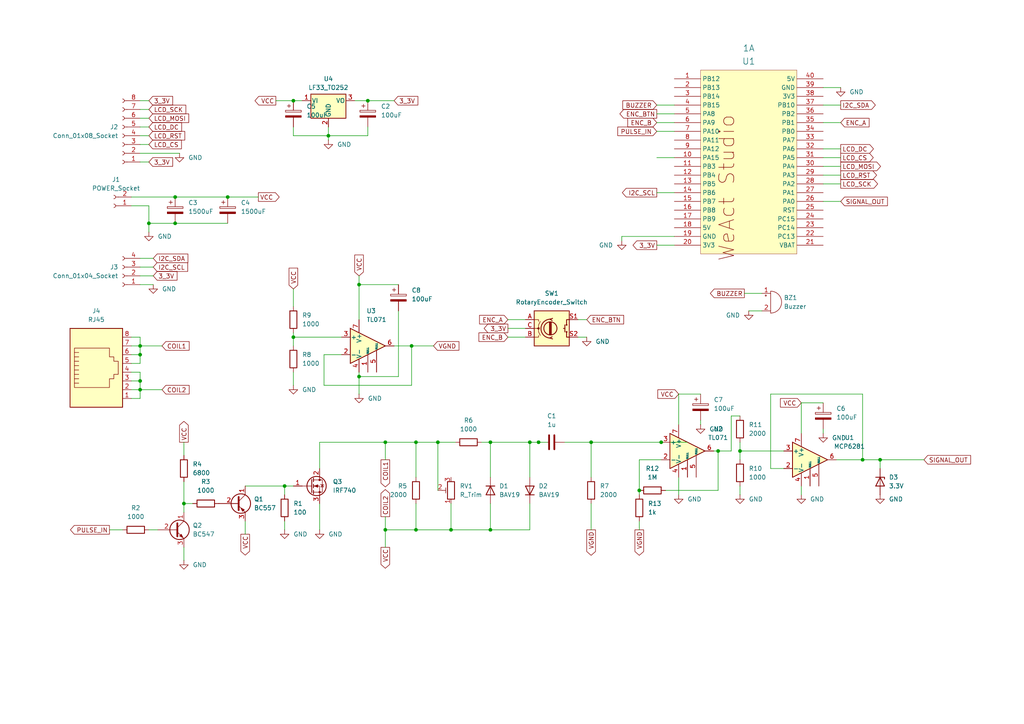
<source format=kicad_sch>
(kicad_sch (version 20250114) (generator "eeschema") (generator_version "9.0")
  (paper "A4")
  (title_block (title "GitKop") (rev "001") (company "Gitcorp"))
  (lib_symbols
    (symbol "Amplifier_Operational:LF356" (pin_names (offset 0.127))
      (property "Reference" "U" (at 0 6.35 0))
      (property "Value" "LF356" (at 0 3.81 0))
      (symbol "LF356_1_1"
        (pin input line (at -7.62 2.54 0) (length 2.54) (name "+") (number "3"))
        (pin input line (at -7.62 -2.54 0) (length 2.54) (name "-") (number "2"))
        (pin power_in line (at -2.54 7.62 270) (length 3.81) (name "V+") (number "7"))
        (pin power_in line (at -2.54 -7.62 90) (length 3.81) (name "V-") (number "4"))
        (pin no_connect line (at 0 2.54 270) (length 2.54) (hide yes) (name "NC") (number "8"))
        (pin input line (at 0 -7.62 90) (length 5.08) (name "NULL") (number "1"))
        (pin input line (at 2.54 -7.62 90) (length 6.35) (name "NULL") (number "5"))
        (pin output line (at 7.62 0 180) (length 2.54) (name "~") (number "6"))
      )
    )
    (symbol "Amplifier_Operational:TL071" (pin_names (offset 0.127))
      (property "Reference" "U" (at 0 6.35 0))
      (property "Value" "TL071" (at 0 3.81 0))
      (symbol "TL071_1_1"
        (pin input line (at -7.62 2.54 0) (length 2.54) (name "+") (number "3"))
        (pin input line (at -7.62 -2.54 0) (length 2.54) (name "-") (number "2"))
        (pin power_in line (at -2.54 7.62 270) (length 3.81) (name "V+") (number "7"))
        (pin power_in line (at -2.54 -7.62 90) (length 3.81) (name "V-") (number "4"))
        (pin no_connect line (at 0 2.54 270) (length 2.54) (hide yes) (name "NC") (number "8"))
        (pin input line (at 0 -7.62 90) (length 5.08) (name "NULL") (number "1"))
        (pin input line (at 2.54 -7.62 90) (length 6.35) (name "NULL") (number "5"))
        (pin output line (at 7.62 0 180) (length 2.54) (name "~") (number "6"))
      )
    )
    (symbol "Connector:Conn_01x02_Socket" (pin_names (offset 1.016) (hide yes))
      (property "Reference" "J" (at 0 2.54 0))
      (property "Value" "Conn_01x02_Socket" (at 0 -5.08 0))
      (symbol "Conn_01x02_Socket_1_1"
        (pin passive line (at -5.08 0 0) (length 3.81) (name "Pin_1") (number "1"))
        (pin passive line (at -5.08 -2.54 0) (length 3.81) (name "Pin_2") (number "2"))
      )
    )
    (symbol "Connector:Conn_01x04_Socket" (pin_names (offset 1.016) (hide yes))
      (property "Reference" "J" (at 0 5.08 0))
      (property "Value" "Conn_01x04_Socket" (at 0 -7.62 0))
      (symbol "Conn_01x04_Socket_1_1"
        (pin passive line (at -5.08 2.54 0) (length 3.81) (name "Pin_1") (number "1"))
        (pin passive line (at -5.08 0 0) (length 3.81) (name "Pin_2") (number "2"))
        (pin passive line (at -5.08 -2.54 0) (length 3.81) (name "Pin_3") (number "3"))
        (pin passive line (at -5.08 -5.08 0) (length 3.81) (name "Pin_4") (number "4"))
      )
    )
    (symbol "Connector:Conn_01x08_Socket" (pin_names (offset 1.016) (hide yes))
      (property "Reference" "J" (at 0 10.16 0))
      (property "Value" "Conn_01x08_Socket" (at 0 -12.7 0))
      (symbol "Conn_01x08_Socket_1_1"
        (pin passive line (at -5.08 7.62 0) (length 3.81) (name "Pin_1") (number "1"))
        (pin passive line (at -5.08 5.08 0) (length 3.81) (name "Pin_2") (number "2"))
        (pin passive line (at -5.08 2.54 0) (length 3.81) (name "Pin_3") (number "3"))
        (pin passive line (at -5.08 0 0) (length 3.81) (name "Pin_4") (number "4"))
        (pin passive line (at -5.08 -2.54 0) (length 3.81) (name "Pin_5") (number "5"))
        (pin passive line (at -5.08 -5.08 0) (length 3.81) (name "Pin_6") (number "6"))
        (pin passive line (at -5.08 -7.62 0) (length 3.81) (name "Pin_7") (number "7"))
        (pin passive line (at -5.08 -10.16 0) (length 3.81) (name "Pin_8") (number "8"))
      )
    )
    (symbol "Connector:RJ45" (pin_names (offset 1.016))
      (property "Reference" "J" (at -5.08 13.97 0))
      (property "Value" "RJ45" (at 2.54 13.97 0))
      (symbol "RJ45_1_1"
        (pin passive line (at 10.16 10.16 180) (length 2.54) (name "~") (number "8"))
        (pin passive line (at 10.16 7.62 180) (length 2.54) (name "~") (number "7"))
        (pin passive line (at 10.16 5.08 180) (length 2.54) (name "~") (number "6"))
        (pin passive line (at 10.16 2.54 180) (length 2.54) (name "~") (number "5"))
        (pin passive line (at 10.16 0 180) (length 2.54) (name "~") (number "4"))
        (pin passive line (at 10.16 -2.54 180) (length 2.54) (name "~") (number "3"))
        (pin passive line (at 10.16 -5.08 180) (length 2.54) (name "~") (number "2"))
        (pin passive line (at 10.16 -7.62 180) (length 2.54) (name "~") (number "1"))
      )
    )
    (symbol "Device:Buzzer" (pin_names (offset 0.0254) (hide yes))
      (property "Reference" "BZ" (at 3.81 1.27 0))
      (property "Value" "Buzzer" (at 3.81 -1.27 0))
      (symbol "Buzzer_1_1"
        (pin passive line (at -2.54 2.54 0) (length 2.54) (name "+") (number "1"))
        (pin passive line (at -2.54 -2.54 0) (length 2.54) (name "-") (number "2"))
      )
    )
    (symbol "Device:C" (pin_numbers (hide yes)) (pin_names (offset 0.254))
      (property "Reference" "C" (at 0.635 2.54 0))
      (property "Value" "C" (at 0.635 -2.54 0))
      (symbol "C_1_1"
        (pin passive line (at 0 3.81 270) (length 2.794) (name "~") (number "1"))
        (pin passive line (at 0 -3.81 90) (length 2.794) (name "~") (number "2"))
      )
    )
    (symbol "Device:C_Polarized" (pin_numbers (hide yes)) (pin_names (offset 0.254))
      (property "Reference" "C" (at 0.635 2.54 0))
      (property "Value" "C_Polarized" (at 0.635 -2.54 0))
      (symbol "C_Polarized_1_1"
        (pin passive line (at 0 3.81 270) (length 2.794) (name "~") (number "1"))
        (pin passive line (at 0 -3.81 90) (length 2.794) (name "~") (number "2"))
      )
    )
    (symbol "Device:D_Zener" (pin_numbers (hide yes)) (pin_names (offset 1.016) (hide yes))
      (property "Reference" "D" (at 0 2.54 0))
      (property "Value" "D_Zener" (at 0 -2.54 0))
      (symbol "D_Zener_1_1"
        (pin passive line (at -3.81 0 0) (length 2.54) (name "K") (number "1"))
        (pin passive line (at 3.81 0 180) (length 2.54) (name "A") (number "2"))
      )
    )
    (symbol "Device:R" (pin_numbers (hide yes)) (pin_names (offset 0))
      (property "Reference" "R" (at 2.032 0 90))
      (property "Value" "R" (at 0 0 90))
      (symbol "R_1_1"
        (pin passive line (at 0 3.81 270) (length 1.27) (name "~") (number "1"))
        (pin passive line (at 0 -3.81 90) (length 1.27) (name "~") (number "2"))
      )
    )
    (symbol "Device:R_Potentiometer_Trim" (pin_names (offset 1.016) (hide yes))
      (property "Reference" "RV" (at -4.445 0 90))
      (property "Value" "R_Potentiometer_Trim" (at -2.54 0 90))
      (symbol "R_Potentiometer_Trim_1_1"
        (pin passive line (at 0 3.81 270) (length 1.27) (name "1") (number "1"))
        (pin passive line (at 0 -3.81 90) (length 1.27) (name "3") (number "3"))
        (pin passive line (at 3.81 0 180) (length 1.27) (name "2") (number "2"))
      )
    )
    (symbol "Device:RotaryEncoder_Switch" (pin_names (offset 0.254) (hide yes))
      (property "Reference" "SW" (at 0 6.604 0))
      (property "Value" "RotaryEncoder_Switch" (at 0 -6.604 0))
      (symbol "RotaryEncoder_Switch_1_1"
        (pin passive line (at -7.62 2.54 0) (length 2.54) (name "A") (number "A"))
        (pin passive line (at -7.62 0 0) (length 2.54) (name "C") (number "C"))
        (pin passive line (at -7.62 -2.54 0) (length 2.54) (name "B") (number "B"))
        (pin passive line (at 7.62 2.54 180) (length 2.54) (name "S1") (number "S1"))
        (pin passive line (at 7.62 -2.54 180) (length 2.54) (name "S2") (number "S2"))
      )
    )
    (symbol "Diode:BAV19" (pin_numbers (hide yes)) (pin_names (hide yes))
      (property "Reference" "D" (at 0 2.54 0))
      (property "Value" "BAV19" (at 0 -2.54 0))
      (symbol "BAV19_1_1"
        (pin passive line (at -3.81 0 0) (length 2.54) (name "K") (number "1"))
        (pin passive line (at 3.81 0 180) (length 2.54) (name "A") (number "2"))
      )
    )
    (symbol "Regulator_Linear:LF33_TO252" (pin_names (offset 0.254))
      (property "Reference" "U" (at -3.81 3.175 0))
      (property "Value" "LF33_TO252" (at 0 3.175 0))
      (symbol "LF33_TO252_1_1"
        (pin power_in line (at -7.62 0 0) (length 2.54) (name "VI") (number "1"))
        (pin power_in line (at 0 -7.62 90) (length 2.54) (name "GND") (number "2"))
        (pin power_out line (at 7.62 0 180) (length 2.54) (name "VO") (number "3"))
      )
    )
    (symbol "STM32F4x1CxU6 CoreBoard WeActStudio:STM32F4x1CxU6 WeActStudio"
      (property "Value" "U?" (at -1.27 -3.81 0))
      (symbol "STM32F4x1CxU6 WeActStudio_1_0"
        (text "WeAct Studio" (at 0 12.7 900) (effects (font (size 4.3688 4.3688)) (justify right bottom)))
        (pin passive line (at -17.78 22.86 0) (length 7.62) (name "PB12") (number "1"))
        (pin passive line (at -17.78 20.32 0) (length 7.62) (name "PB13") (number "2"))
        (pin passive line (at -17.78 17.78 0) (length 7.62) (name "PB14") (number "3"))
        (pin passive line (at -17.78 15.24 0) (length 7.62) (name "PB15") (number "4"))
        (pin passive line (at -17.78 12.7 0) (length 7.62) (name "PA8") (number "5"))
        (pin passive line (at -17.78 10.16 0) (length 7.62) (name "PA9") (number "6"))
        (pin passive line (at -17.78 7.62 0) (length 7.62) (name "PA10") (number "7"))
        (pin passive line (at -17.78 5.08 0) (length 7.62) (name "PA11") (number "8"))
        (pin passive line (at -17.78 2.54 0) (length 7.62) (name "PA12") (number "9"))
        (pin passive line (at -17.78 0 0) (length 7.62) (name "PA15") (number "10"))
        (pin passive line (at -17.78 -2.54 0) (length 7.62) (name "PB3") (number "11"))
        (pin passive line (at -17.78 -5.08 0) (length 7.62) (name "PB4") (number "12"))
        (pin passive line (at -17.78 -7.62 0) (length 7.62) (name "PB5") (number "13"))
        (pin passive line (at -17.78 -10.16 0) (length 7.62) (name "PB6") (number "14"))
        (pin passive line (at -17.78 -12.7 0) (length 7.62) (name "PB7") (number "15"))
        (pin passive line (at -17.78 -15.24 0) (length 7.62) (name "PB8") (number "16"))
        (pin passive line (at -17.78 -17.78 0) (length 7.62) (name "PB9") (number "17"))
        (pin passive line (at -17.78 -20.32 0) (length 7.62) (name "5V") (number "18"))
        (pin passive line (at -17.78 -22.86 0) (length 7.62) (name "GND") (number "19"))
        (pin passive line (at -17.78 -25.4 0) (length 7.62) (name "3V3") (number "20"))
        (pin passive line (at 25.4 22.86 180) (length 7.62) (name "5V") (number "40"))
        (pin passive line (at 25.4 20.32 180) (length 7.62) (name "GND") (number "39"))
        (pin passive line (at 25.4 17.78 180) (length 7.62) (name "3V3") (number "38"))
        (pin passive line (at 25.4 15.24 180) (length 7.62) (name "PB10") (number "37"))
        (pin passive line (at 25.4 12.7 180) (length 7.62) (name "PB2") (number "36"))
        (pin passive line (at 25.4 10.16 180) (length 7.62) (name "PB1") (number "35"))
        (pin passive line (at 25.4 7.62 180) (length 7.62) (name "PB0") (number "34"))
        (pin passive line (at 25.4 5.08 180) (length 7.62) (name "PA7") (number "33"))
        (pin passive line (at 25.4 2.54 180) (length 7.62) (name "PA6") (number "32"))
        (pin passive line (at 25.4 0 180) (length 7.62) (name "PA5") (number "31"))
        (pin passive line (at 25.4 -2.54 180) (length 7.62) (name "PA4") (number "30"))
        (pin passive line (at 25.4 -5.08 180) (length 7.62) (name "PA3") (number "29"))
        (pin passive line (at 25.4 -7.62 180) (length 7.62) (name "PA2") (number "28"))
        (pin passive line (at 25.4 -10.16 180) (length 7.62) (name "PA1") (number "27"))
        (pin passive line (at 25.4 -12.7 180) (length 7.62) (name "PA0") (number "26"))
        (pin passive line (at 25.4 -15.24 180) (length 7.62) (name "RST") (number "25"))
        (pin passive line (at 25.4 -17.78 180) (length 7.62) (name "PC15") (number "24"))
        (pin passive line (at 25.4 -20.32 180) (length 7.62) (name "PC14") (number "23"))
        (pin passive line (at 25.4 -22.86 180) (length 7.62) (name "PC13") (number "22"))
        (pin passive line (at 25.4 -25.4 180) (length 7.62) (name "VBAT") (number "21"))
      )
      (symbol "STM32F4x1CxU6 WeActStudio_2_0"
        (text "SW" (at 5.08 -5.08 0) (effects (font (size 1.8288 1.8288)) (justify left bottom)))
        (pin passive line (at -12.7 2.54 0) (length 7.62) (name "GND") (number "44"))
        (pin passive line (at -12.7 0 0) (length 7.62) (name "SWCLK") (number "43"))
        (pin passive line (at -12.7 -2.54 0) (length 7.62) (name "SWDIO") (number "42"))
        (pin passive line (at -12.7 -5.08 0) (length 7.62) (name "3V3") (number "41"))
      )
    )
    (symbol "Transistor_BJT:BC547" (pin_names (offset 0) (hide yes))
      (property "Reference" "Q" (at 5.08 1.905 0))
      (property "Value" "BC547" (at 5.08 0 0))
      (symbol "BC547_1_1"
        (pin input line (at -5.08 0 0) (length 5.08) (name "B") (number "2"))
        (pin passive line (at 2.54 5.08 270) (length 2.54) (name "C") (number "1"))
        (pin passive line (at 2.54 -5.08 90) (length 2.54) (name "E") (number "3"))
      )
    )
    (symbol "Transistor_BJT:BC557" (pin_names (offset 0) (hide yes))
      (property "Reference" "Q" (at 5.08 1.905 0))
      (property "Value" "BC557" (at 5.08 0 0))
      (symbol "BC557_1_1"
        (pin input line (at -5.08 0 0) (length 5.715) (name "B") (number "2"))
        (pin passive line (at 2.54 5.08 270) (length 2.54) (name "C") (number "1"))
        (pin passive line (at 2.54 -5.08 90) (length 2.54) (name "E") (number "3"))
      )
    )
    (symbol "Transistor_FET:IRF740" (pin_names (hide yes))
      (property "Reference" "Q" (at 5.08 1.905 0))
      (property "Value" "IRF740" (at 5.08 0 0))
      (symbol "IRF740_1_1"
        (pin input line (at -5.08 0 0) (length 2.54) (name "G") (number "1"))
        (pin passive line (at 2.54 5.08 270) (length 2.54) (name "D") (number "2"))
        (pin passive line (at 2.54 -5.08 90) (length 2.54) (name "S") (number "3"))
      )
    )
    (symbol "power:GND" (power) (pin_numbers (hide yes)) (pin_names (offset 0) (hide yes))
      (property "Value" "GND" (at 0 -3.81 0))
      (symbol "GND_1_1"
        (pin power_in line (at 0 0 270) (length 0) (name "~") (number "1"))
      )
    )
  )
  (junction (at 95.25 39.37))
  (junction (at 85.09 97.79))
  (junction (at 119.38 100.33))
  (junction (at 171.45 128.27))
  (junction (at 156.21 128.27))
  (junction (at 85.09 29.21))
  (junction (at 185.42 142.24))
  (junction (at 214.63 130.81))
  (junction (at 82.55 140.97))
  (junction (at 106.68 29.21))
  (junction (at 120.65 128.27))
  (junction (at 255.27 133.35))
  (junction (at 142.24 153.67))
  (junction (at 43.18 64.77))
  (junction (at 250.19 133.35))
  (junction (at 191.77 128.27))
  (junction (at 104.14 82.55))
  (junction (at 153.67 128.27))
  (junction (at 104.14 109.22))
  (junction (at 111.76 153.67))
  (junction (at 130.81 153.67))
  (junction (at 142.24 128.27))
  (junction (at 127 128.27))
  (junction (at 40.64 113.03))
  (junction (at 50.8 64.77))
  (junction (at 66.04 57.15))
  (junction (at 111.76 128.27))
  (junction (at 50.8 57.15))
  (junction (at 120.65 153.67))
  (junction (at 40.64 100.33))
  (junction (at 208.28 130.81))
  (junction (at 53.34 146.05))
  (junction (at 40.64 102.87))
  (junction (at 40.64 110.49))
  (wire (pts (xy 50.8 57.15) (xy 66.04 57.15)))
  (wire (pts (xy 40.64 107.95) (xy 40.64 110.49)))
  (wire (pts (xy 139.7 128.27) (xy 142.24 128.27)))
  (wire (pts (xy 208.28 130.81) (xy 208.28 142.24)))
  (wire (pts (xy 120.65 146.05) (xy 120.65 153.67)))
  (wire (pts (xy 238.76 35.56) (xy 243.84 35.56)))
  (wire (pts (xy 104.14 80.01) (xy 104.14 82.55)))
  (wire (pts (xy 66.04 57.15) (xy 74.93 57.15)))
  (wire (pts (xy 40.64 46.99) (xy 43.18 46.99)))
  (wire (pts (xy 111.76 128.27) (xy 120.65 128.27)))
  (wire (pts (xy 153.67 146.05) (xy 153.67 153.67)))
  (wire (pts (xy 53.34 146.05) (xy 55.88 146.05)))
  (wire (pts (xy 119.38 100.33) (xy 125.73 100.33)))
  (wire (pts (xy 120.65 128.27) (xy 127 128.27)))
  (wire (pts (xy 190.5 71.12) (xy 195.58 71.12)))
  (wire (pts (xy 82.55 140.97) (xy 85.09 140.97)))
  (wire (pts (xy 227.33 135.89) (xy 223.52 135.89)))
  (wire (pts (xy 185.42 151.13) (xy 185.42 153.67)))
  (wire (pts (xy 40.64 110.49) (xy 40.64 113.03)))
  (wire (pts (xy 167.64 92.71) (xy 170.18 92.71)))
  (wire (pts (xy 38.1 105.41) (xy 40.64 105.41)))
  (wire (pts (xy 102.87 29.21) (xy 106.68 29.21)))
  (wire (pts (xy 255.27 133.35) (xy 267.97 133.35)))
  (wire (pts (xy 38.1 107.95) (xy 40.64 107.95)))
  (wire (pts (xy 255.27 135.89) (xy 255.27 133.35)))
  (wire (pts (xy 196.85 114.3) (xy 196.85 123.19)))
  (wire (pts (xy 214.63 140.97) (xy 214.63 143.51)))
  (wire (pts (xy 40.64 74.93) (xy 44.45 74.93)))
  (wire (pts (xy 214.63 130.81) (xy 227.33 130.81)))
  (wire (pts (xy 50.8 64.77) (xy 66.04 64.77)))
  (wire (pts (xy 38.1 100.33) (xy 40.64 100.33)))
  (wire (pts (xy 104.14 82.55) (xy 104.14 92.71)))
  (wire (pts (xy 71.12 140.97) (xy 82.55 140.97)))
  (wire (pts (xy 190.5 38.1) (xy 195.58 38.1)))
  (wire (pts (xy 171.45 128.27) (xy 191.77 128.27)))
  (wire (pts (xy 38.1 115.57) (xy 40.64 115.57)))
  (wire (pts (xy 214.63 133.35) (xy 214.63 130.81)))
  (wire (pts (xy 232.41 116.84) (xy 238.76 116.84)))
  (wire (pts (xy 85.09 96.52) (xy 85.09 97.79)))
  (wire (pts (xy 40.64 29.21) (xy 43.18 29.21)))
  (wire (pts (xy 120.65 153.67) (xy 130.81 153.67)))
  (wire (pts (xy 93.98 111.76) (xy 119.38 111.76)))
  (wire (pts (xy 40.64 77.47) (xy 44.45 77.47)))
  (wire (pts (xy 127 128.27) (xy 132.08 128.27)))
  (wire (pts (xy 238.76 48.26) (xy 243.84 48.26)))
  (wire (pts (xy 53.34 128.27) (xy 53.34 132.08)))
  (wire (pts (xy 111.76 149.86) (xy 111.76 153.67)))
  (wire (pts (xy 85.09 100.33) (xy 85.09 97.79)))
  (wire (pts (xy 92.71 146.05) (xy 92.71 153.67)))
  (wire (pts (xy 115.57 109.22) (xy 104.14 109.22)))
  (wire (pts (xy 40.64 100.33) (xy 40.64 102.87)))
  (wire (pts (xy 85.09 39.37) (xy 95.25 39.37)))
  (wire (pts (xy 40.64 44.45) (xy 52.07 44.45)))
  (wire (pts (xy 185.42 133.35) (xy 191.77 133.35)))
  (wire (pts (xy 38.1 110.49) (xy 40.64 110.49)))
  (wire (pts (xy 50.8 64.77) (xy 43.18 64.77)))
  (wire (pts (xy 111.76 128.27) (xy 111.76 133.35)))
  (wire (pts (xy 92.71 128.27) (xy 111.76 128.27)))
  (wire (pts (xy 85.09 83.82) (xy 85.09 88.9)))
  (wire (pts (xy 43.18 64.77) (xy 43.18 67.31)))
  (wire (pts (xy 85.09 29.21) (xy 87.63 29.21)))
  (wire (pts (xy 153.67 138.43) (xy 153.67 128.27)))
  (wire (pts (xy 238.76 58.42) (xy 243.84 58.42)))
  (wire (pts (xy 232.41 140.97) (xy 232.41 143.51)))
  (wire (pts (xy 153.67 128.27) (xy 156.21 128.27)))
  (wire (pts (xy 250.19 114.3) (xy 250.19 133.35)))
  (wire (pts (xy 53.34 139.7) (xy 53.34 146.05)))
  (wire (pts (xy 38.1 97.79) (xy 40.64 97.79)))
  (wire (pts (xy 53.34 148.59) (xy 53.34 146.05)))
  (wire (pts (xy 238.76 50.8) (xy 243.84 50.8)))
  (wire (pts (xy 40.64 82.55) (xy 44.45 82.55)))
  (wire (pts (xy 111.76 153.67) (xy 111.76 158.75)))
  (wire (pts (xy 147.32 92.71) (xy 152.4 92.71)))
  (wire (pts (xy 82.55 140.97) (xy 82.55 143.51)))
  (wire (pts (xy 171.45 128.27) (xy 163.83 128.27)))
  (wire (pts (xy 31.75 153.67) (xy 35.56 153.67)))
  (wire (pts (xy 238.76 25.4) (xy 243.84 25.4)))
  (wire (pts (xy 40.64 113.03) (xy 40.64 115.57)))
  (wire (pts (xy 250.19 133.35) (xy 255.27 133.35)))
  (wire (pts (xy 195.58 68.58) (xy 180.34 68.58)))
  (wire (pts (xy 142.24 128.27) (xy 142.24 138.43)))
  (wire (pts (xy 180.34 68.58) (xy 180.34 69.85)))
  (wire (pts (xy 185.42 142.24) (xy 185.42 133.35)))
  (wire (pts (xy 104.14 107.95) (xy 104.14 109.22)))
  (wire (pts (xy 153.67 128.27) (xy 142.24 128.27)))
  (wire (pts (xy 40.64 97.79) (xy 40.64 100.33)))
  (wire (pts (xy 203.2 123.19) (xy 203.2 121.92)))
  (wire (pts (xy 208.28 130.81) (xy 212.09 130.81)))
  (wire (pts (xy 212.09 120.65) (xy 214.63 120.65)))
  (wire (pts (xy 242.57 133.35) (xy 250.19 133.35)))
  (wire (pts (xy 85.09 36.83) (xy 85.09 39.37)))
  (wire (pts (xy 40.64 113.03) (xy 46.99 113.03)))
  (wire (pts (xy 85.09 97.79) (xy 99.06 97.79)))
  (wire (pts (xy 127 128.27) (xy 127 142.24)))
  (wire (pts (xy 142.24 146.05) (xy 142.24 153.67)))
  (wire (pts (xy 190.5 33.02) (xy 195.58 33.02)))
  (wire (pts (xy 212.09 130.81) (xy 212.09 120.65)))
  (wire (pts (xy 80.01 29.21) (xy 85.09 29.21)))
  (wire (pts (xy 147.32 95.25) (xy 152.4 95.25)))
  (wire (pts (xy 120.65 128.27) (xy 120.65 138.43)))
  (wire (pts (xy 71.12 151.13) (xy 71.12 154.94)))
  (wire (pts (xy 40.64 31.75) (xy 43.18 31.75)))
  (wire (pts (xy 214.63 128.27) (xy 214.63 130.81)))
  (wire (pts (xy 111.76 153.67) (xy 120.65 153.67)))
  (wire (pts (xy 238.76 125.73) (xy 238.76 124.46)))
  (wire (pts (xy 93.98 102.87) (xy 93.98 111.76)))
  (wire (pts (xy 238.76 43.18) (xy 243.84 43.18)))
  (wire (pts (xy 217.17 90.17) (xy 220.98 90.17)))
  (wire (pts (xy 92.71 135.89) (xy 92.71 128.27)))
  (wire (pts (xy 238.76 45.72) (xy 243.84 45.72)))
  (wire (pts (xy 130.81 153.67) (xy 142.24 153.67)))
  (wire (pts (xy 95.25 39.37) (xy 106.68 39.37)))
  (wire (pts (xy 53.34 158.75) (xy 53.34 162.56)))
  (wire (pts (xy 40.64 39.37) (xy 43.18 39.37)))
  (wire (pts (xy 104.14 109.22) (xy 104.14 114.3)))
  (wire (pts (xy 147.32 97.79) (xy 152.4 97.79)))
  (wire (pts (xy 38.1 102.87) (xy 40.64 102.87)))
  (wire (pts (xy 43.18 153.67) (xy 45.72 153.67)))
  (wire (pts (xy 185.42 142.24) (xy 185.42 143.51)))
  (wire (pts (xy 156.21 128.27) (xy 158.75 128.27)))
  (wire (pts (xy 40.64 34.29) (xy 43.18 34.29)))
  (wire (pts (xy 193.04 142.24) (xy 208.28 142.24)))
  (wire (pts (xy 190.5 55.88) (xy 195.58 55.88)))
  (wire (pts (xy 114.3 100.33) (xy 119.38 100.33)))
  (wire (pts (xy 130.81 146.05) (xy 130.81 153.67)))
  (wire (pts (xy 238.76 53.34) (xy 243.84 53.34)))
  (wire (pts (xy 106.68 36.83) (xy 106.68 39.37)))
  (wire (pts (xy 99.06 102.87) (xy 93.98 102.87)))
  (wire (pts (xy 85.09 107.95) (xy 85.09 111.76)))
  (wire (pts (xy 207.01 130.81) (xy 208.28 130.81)))
  (wire (pts (xy 190.5 35.56) (xy 195.58 35.56)))
  (wire (pts (xy 171.45 128.27) (xy 171.45 138.43)))
  (wire (pts (xy 104.14 82.55) (xy 115.57 82.55)))
  (wire (pts (xy 238.76 30.48) (xy 243.84 30.48)))
  (wire (pts (xy 38.1 113.03) (xy 40.64 113.03)))
  (wire (pts (xy 40.64 100.33) (xy 46.99 100.33)))
  (wire (pts (xy 223.52 135.89) (xy 223.52 114.3)))
  (wire (pts (xy 40.64 105.41) (xy 40.64 102.87)))
  (wire (pts (xy 40.64 36.83) (xy 43.18 36.83)))
  (wire (pts (xy 167.64 97.79) (xy 170.18 97.79)))
  (wire (pts (xy 119.38 100.33) (xy 119.38 111.76)))
  (wire (pts (xy 232.41 116.84) (xy 232.41 125.73)))
  (wire (pts (xy 190.5 30.48) (xy 195.58 30.48)))
  (wire (pts (xy 196.85 138.43) (xy 196.85 143.51)))
  (wire (pts (xy 82.55 151.13) (xy 82.55 153.67)))
  (wire (pts (xy 215.9 85.09) (xy 220.98 85.09)))
  (wire (pts (xy 50.8 57.15) (xy 38.1 57.15)))
  (wire (pts (xy 95.25 36.83) (xy 95.25 39.37)))
  (wire (pts (xy 106.68 29.21) (xy 114.3 29.21)))
  (wire (pts (xy 142.24 153.67) (xy 153.67 153.67)))
  (wire (pts (xy 199.39 128.27) (xy 191.77 128.27)))
  (wire (pts (xy 115.57 90.17) (xy 115.57 109.22)))
  (wire (pts (xy 43.18 59.69) (xy 43.18 64.77)))
  (wire (pts (xy 40.64 80.01) (xy 44.45 80.01)))
  (wire (pts (xy 196.85 114.3) (xy 203.2 114.3)))
  (wire (pts (xy 190.5 45.72) (xy 195.58 45.72)))
  (wire (pts (xy 171.45 146.05) (xy 171.45 153.67)))
  (wire (pts (xy 223.52 114.3) (xy 250.19 114.3)))
  (wire (pts (xy 40.64 41.91) (xy 43.18 41.91)))
  (wire (pts (xy 43.18 59.69) (xy 38.1 59.69)))
  (wire (pts (xy 95.25 39.37) (xy 95.25 40.64)))
  (global_label "ENC_A" (shape input) (at 147.32 92.71 180) (property "Intersheetrefs" "${INTERSHEET_REFS}" (effects (hide yes))))
  (global_label "VCC" (shape output) (at 80.01 29.21 180) (property "Intersheetrefs" "${INTERSHEET_REFS}" (effects (hide yes))))
  (global_label "VCC" (shape input) (at 85.09 83.82 90) (property "Intersheetrefs" "${INTERSHEET_REFS}" (effects (hide yes))))
  (global_label "I2C_SCL" (shape input) (at 44.45 77.47 0) (property "Intersheetrefs" "${INTERSHEET_REFS}" (effects (hide yes))))
  (global_label "VCC" (shape input) (at 196.85 114.3 180) (property "Intersheetrefs" "${INTERSHEET_REFS}" (effects (hide yes))))
  (global_label "ENC_B" (shape input) (at 190.5 35.56 180) (property "Intersheetrefs" "${INTERSHEET_REFS}" (effects (hide yes))))
  (global_label "I2C_SDA" (shape input) (at 44.45 74.93 0) (property "Intersheetrefs" "${INTERSHEET_REFS}" (effects (hide yes))))
  (global_label "I2C_SCL" (shape output) (at 190.5 55.88 180) (property "Intersheetrefs" "${INTERSHEET_REFS}" (effects (hide yes))))
  (global_label "PULSE_IN" (shape input) (at 190.5 38.1 180) (property "Intersheetrefs" "${INTERSHEET_REFS}" (effects (hide yes))))
  (global_label "3_3V" (shape input) (at 43.18 46.99 0) (property "Intersheetrefs" "${INTERSHEET_REFS}" (effects (hide yes))))
  (global_label "ENC_A" (shape input) (at 243.84 35.56 0) (property "Intersheetrefs" "${INTERSHEET_REFS}" (effects (hide yes))))
  (global_label "LCD_DC" (shape input) (at 43.18 36.83 0) (property "Intersheetrefs" "${INTERSHEET_REFS}" (effects (hide yes))))
  (global_label "COIL1" (shape output) (at 111.76 133.35 270) (property "Intersheetrefs" "${INTERSHEET_REFS}" (effects (hide yes))))
  (global_label "LCD_SCK" (shape input) (at 43.18 31.75 0) (property "Intersheetrefs" "${INTERSHEET_REFS}" (effects (hide yes))))
  (global_label "LCD_RST" (shape output) (at 243.84 50.8 0) (property "Intersheetrefs" "${INTERSHEET_REFS}" (effects (hide yes))))
  (global_label "VCC" (shape output) (at 74.93 57.15 0) (property "Intersheetrefs" "${INTERSHEET_REFS}" (effects (hide yes))))
  (global_label "SIGNAL_OUT" (shape input) (at 267.97 133.35 0) (property "Intersheetrefs" "${INTERSHEET_REFS}" (effects (hide yes))))
  (global_label "3_3V" (shape output) (at 190.5 71.12 180) (property "Intersheetrefs" "${INTERSHEET_REFS}" (effects (hide yes))))
  (global_label "LCD_SCK" (shape output) (at 243.84 53.34 0) (property "Intersheetrefs" "${INTERSHEET_REFS}" (effects (hide yes))))
  (global_label "VCC" (shape input) (at 232.41 116.84 180) (property "Intersheetrefs" "${INTERSHEET_REFS}" (effects (hide yes))))
  (global_label "VCC" (shape output) (at 111.76 158.75 270) (property "Intersheetrefs" "${INTERSHEET_REFS}" (effects (hide yes))))
  (global_label "3_3V" (shape input) (at 43.18 29.21 0) (property "Intersheetrefs" "${INTERSHEET_REFS}" (effects (hide yes))))
  (global_label "COIL1" (shape input) (at 46.99 100.33 0) (property "Intersheetrefs" "${INTERSHEET_REFS}" (effects (hide yes))))
  (global_label "LCD_RST" (shape input) (at 43.18 39.37 0) (property "Intersheetrefs" "${INTERSHEET_REFS}" (effects (hide yes))))
  (global_label "SIGNAL_OUT" (shape input) (at 243.84 58.42 0) (property "Intersheetrefs" "${INTERSHEET_REFS}" (effects (hide yes))))
  (global_label "VCC" (shape output) (at 53.34 128.27 90) (property "Intersheetrefs" "${INTERSHEET_REFS}" (effects (hide yes))))
  (global_label "LCD_CS" (shape output) (at 243.84 45.72 0) (property "Intersheetrefs" "${INTERSHEET_REFS}" (effects (hide yes))))
  (global_label "LCD_CS" (shape input) (at 43.18 41.91 0) (property "Intersheetrefs" "${INTERSHEET_REFS}" (effects (hide yes))))
  (global_label "VGND" (shape output) (at 171.45 153.67 270) (property "Intersheetrefs" "${INTERSHEET_REFS}" (effects (hide yes))))
  (global_label "VGND" (shape output) (at 185.42 153.67 270) (property "Intersheetrefs" "${INTERSHEET_REFS}" (effects (hide yes))))
  (global_label "VCC" (shape output) (at 71.12 154.94 270) (property "Intersheetrefs" "${INTERSHEET_REFS}" (effects (hide yes))))
  (global_label "COIL2" (shape output) (at 111.76 149.86 90) (property "Intersheetrefs" "${INTERSHEET_REFS}" (effects (hide yes))))
  (global_label "3_3V" (shape input) (at 114.3 29.21 0) (property "Intersheetrefs" "${INTERSHEET_REFS}" (effects (hide yes))))
  (global_label "LCD_MOSI" (shape output) (at 243.84 48.26 0) (property "Intersheetrefs" "${INTERSHEET_REFS}" (effects (hide yes))))
  (global_label "BUZZER" (shape output) (at 215.9 85.09 180) (property "Intersheetrefs" "${INTERSHEET_REFS}" (effects (hide yes))))
  (global_label "3_3V" (shape output) (at 147.32 95.25 180) (property "Intersheetrefs" "${INTERSHEET_REFS}" (effects (hide yes))))
  (global_label "BUZZER" (shape input) (at 190.5 30.48 180) (property "Intersheetrefs" "${INTERSHEET_REFS}" (effects (hide yes))))
  (global_label "I2C_SDA" (shape output) (at 243.84 30.48 0) (property "Intersheetrefs" "${INTERSHEET_REFS}" (effects (hide yes))))
  (global_label "ENC_B" (shape input) (at 147.32 97.79 180) (property "Intersheetrefs" "${INTERSHEET_REFS}" (effects (hide yes))))
  (global_label "PULSE_IN" (shape output) (at 31.75 153.67 180) (property "Intersheetrefs" "${INTERSHEET_REFS}" (effects (hide yes))))
  (global_label "LCD_DC" (shape output) (at 243.84 43.18 0) (property "Intersheetrefs" "${INTERSHEET_REFS}" (effects (hide yes))))
  (global_label "3_3V" (shape input) (at 44.45 80.01 0) (property "Intersheetrefs" "${INTERSHEET_REFS}" (effects (hide yes))))
  (global_label "LCD_MOSI" (shape input) (at 43.18 34.29 0) (property "Intersheetrefs" "${INTERSHEET_REFS}" (effects (hide yes))))
  (global_label "VCC" (shape input) (at 104.14 80.01 90) (property "Intersheetrefs" "${INTERSHEET_REFS}" (effects (hide yes))))
  (global_label "ENC_BTN" (shape output) (at 190.5 33.02 180) (property "Intersheetrefs" "${INTERSHEET_REFS}" (effects (hide yes))))
  (global_label "VGND" (shape input) (at 125.73 100.33 0) (property "Intersheetrefs" "${INTERSHEET_REFS}" (effects (hide yes))))
  (global_label "COIL2" (shape input) (at 46.99 113.03 0) (property "Intersheetrefs" "${INTERSHEET_REFS}" (effects (hide yes))))
  (global_label "ENC_BTN" (shape input) (at 170.18 92.71 0) (property "Intersheetrefs" "${INTERSHEET_REFS}" (effects (hide yes))))
  (symbol (lib_id "power:GND") (at 170.18 97.79 0) (unit 1)
    (property "Reference" "#PWR017" (effects (hide yes)))
    (property "Value" "GND" (at 172.72 99.0599 0) (effects (justify left)))
    (property "Description" "Power symbol creates a global label with name \"GND\" , ground" (effects (hide yes)))
  )
  (symbol (lib_id "Connector:Conn_01x04_Socket") (at 35.56 80.01 180) (unit 1)
    (property "Reference" "J3" (at 34.29 77.4699 0) (effects (justify left)))
    (property "Value" "Conn_01x04_Socket" (at 34.29 80.0099 0) (effects (justify left)))
    (property "Footprint" "Connector_PinSocket_2.54mm:PinSocket_1x04_P2.54mm_Vertical" (effects (hide yes)))
    (property "Description" "Generic connector, single row, 01x04, script generated" (effects (hide yes)))
  )
  (symbol (lib_id "power:GND") (at 203.2 123.19 0) (unit 1)
    (property "Reference" "#PWR019" (effects (hide yes)))
    (property "Value" "GND" (at 205.74 124.4599 0) (effects (justify left)))
    (property "Description" "Power symbol creates a global label with name \"GND\" , ground" (effects (hide yes)))
  )
  (symbol (lib_id "Transistor_BJT:BC547") (at 50.8 153.67 0) (unit 1)
    (property "Reference" "Q2" (at 55.88 152.3999 0) (effects (justify left)))
    (property "Value" "BC547" (at 55.88 154.9399 0) (effects (justify left)))
    (property "Footprint" "Package_TO_SOT_THT:TO-92_Inline" (effects (hide yes)))
    (property "Datasheet" "https://www.onsemi.com/pub/Collateral/BC550-D.pdf" (effects (hide yes)))
    (property "Description" "0.1A Ic, 45V Vce, Small Signal NPN Transistor, TO-92" (effects (hide yes)))
  )
  (symbol (lib_id "Device:R") (at 189.23 142.24 90) (unit 1)
    (property "Reference" "R12" (at 189.23 135.89 90))
    (property "Value" "1M" (at 189.23 138.43 90))
    (property "Footprint" "Resistor_SMD:R_1206_3216Metric_Pad1.30x1.75mm_HandSolder" (effects (hide yes)))
    (property "Description" "Resistor" (effects (hide yes)))
  )
  (symbol (lib_id "Device:R") (at 53.34 135.89 180) (unit 1)
    (property "Reference" "R4" (at 55.88 134.6199 0) (effects (justify right)))
    (property "Value" "6800" (at 55.88 137.1599 0) (effects (justify right)))
    (property "Footprint" "Resistor_SMD:R_1206_3216Metric_Pad1.30x1.75mm_HandSolder" (effects (hide yes)))
    (property "Description" "Resistor" (effects (hide yes)))
  )
  (symbol (lib_id "STM32F4x1CxU6 CoreBoard WeActStudio:STM32F4x1CxU6 WeActStudio") (at 213.36 45.72 0) (unit 1)
    (property "Reference" "1" (at 217.17 13.97 0) (effects (font (size 1.8288 1.8288))))
    (property "Value" "U1" (at 217.17 17.78 0) (effects (font (size 1.8288 1.8288))))
    (property "Footprint" "STM32F4x1CxU6 CoreBoard WeActStudio:STM32F4x1CxU6 WeActStudio" (effects (hide yes)))
    (property "Description" "STM32F4x1CxU6" (effects (hide yes)))
    (property "ComponentLink1Description" "WeAct Studio" (effects (hide yes)))
    (property "ComponentLink1URL" "WeAct-TC.cn" (effects (hide yes)))
    (property "ComponentLink2Description" "MiniF4-STM32F4x1 Github" (effects (hide yes)))
    (property "ComponentLink2URL" "https://github.com/WeActTC/MiniF4-STM32F4x1" (effects (hide yes)))
    (property "ComponentLink3Description" "MiniF4-STM32F4x1 Gitee" (effects (hide yes)))
    (property "ComponentLink3URL" "https://gitee.com/WeAct-TC/MiniF4-STM32F4x1" (effects (hide yes)))
  )
  (symbol (lib_id "Transistor_BJT:BC557") (at 68.58 146.05 0) (unit 1)
    (property "Reference" "Q1" (at 73.66 144.7799 0) (effects (justify left)))
    (property "Value" "BC557" (at 73.66 147.3199 0) (effects (justify left)))
    (property "Footprint" "Package_TO_SOT_THT:TO-92_Inline" (effects (hide yes)))
    (property "Datasheet" "https://www.onsemi.com/pub/Collateral/BC556BTA-D.pdf" (effects (hide yes)))
    (property "Description" "0.1A Ic, 45V Vce, PNP Small Signal Transistor, TO-92" (effects (hide yes)))
  )
  (symbol (lib_id "Connector:Conn_01x08_Socket") (at 35.56 39.37 180) (unit 1)
    (property "Reference" "J2" (at 34.29 36.8299 0) (effects (justify left)))
    (property "Value" "Conn_01x08_Socket" (at 34.29 39.3699 0) (effects (justify left)))
    (property "Footprint" "Connector_PinSocket_2.54mm:PinSocket_1x08_P2.54mm_Vertical" (effects (hide yes)))
    (property "Description" "Generic connector, single row, 01x08, script generated" (effects (hide yes)))
  )
  (symbol (lib_id "power:GND") (at 217.17 90.17 0) (unit 1)
    (property "Reference" "#PWR015" (effects (hide yes)))
    (property "Value" "GND" (at 214.63 91.4399 0) (effects (justify right)))
    (property "Description" "Power symbol creates a global label with name \"GND\" , ground" (effects (hide yes)))
  )
  (symbol (lib_id "power:GND") (at 180.34 69.85 0) (unit 1)
    (property "Reference" "#PWR020" (effects (hide yes)))
    (property "Value" "GND" (at 177.8 71.1199 0) (effects (justify right)))
    (property "Description" "Power symbol creates a global label with name \"GND\" , ground" (effects (hide yes)))
  )
  (symbol (lib_id "Diode:BAV19") (at 153.67 142.24 90) (unit 1)
    (property "Reference" "D2" (at 156.21 140.9699 90) (effects (justify right)))
    (property "Value" "BAV19" (at 156.21 143.5099 90) (effects (justify right)))
    (property "Footprint" "Diode_THT:D_DO-35_SOD27_P7.62mm_Horizontal" (effects (hide yes)))
    (property "Datasheet" "http://www.vishay.com/docs/85543/bav17.pdf" (effects (hide yes)))
    (property "Description" "100V 0.25A Small Signal Switching Diode, High Voltage, DO-35" (effects (hide yes)))
    (property "Sim.Device" "D" (effects (hide yes)))
    (property "Sim.Pins" "1=K 2=A" (effects (hide yes)))
  )
  (symbol (lib_id "Device:R") (at 185.42 147.32 0) (unit 1)
    (property "Reference" "R13" (at 187.96 146.0499 0) (effects (justify left)))
    (property "Value" "1k" (at 187.96 148.5899 0) (effects (justify left)))
    (property "Footprint" "Resistor_SMD:R_1206_3216Metric_Pad1.30x1.75mm_HandSolder" (effects (hide yes)))
    (property "Description" "Resistor" (effects (hide yes)))
  )
  (symbol (lib_id "power:GND") (at 52.07 44.45 0) (unit 1)
    (property "Reference" "#PWR014" (effects (hide yes)))
    (property "Value" "GND" (at 54.61 45.7199 0) (effects (justify left)))
    (property "Description" "Power symbol creates a global label with name \"GND\" , ground" (effects (hide yes)))
  )
  (symbol (lib_id "power:GND") (at 92.71 153.67 0) (unit 1)
    (property "Reference" "#PWR06" (effects (hide yes)))
    (property "Value" "GND" (at 95.25 154.9399 0) (effects (justify left)))
    (property "Description" "Power symbol creates a global label with name \"GND\" , ground" (effects (hide yes)))
  )
  (symbol (lib_id "power:GND") (at 43.18 67.31 0) (unit 1)
    (property "Reference" "#PWR01" (effects (hide yes)))
    (property "Value" "GND" (at 45.72 68.5799 0) (effects (justify left)))
    (property "Description" "Power symbol creates a global label with name \"GND\" , ground" (effects (hide yes)))
  )
  (symbol (lib_id "Device:C_Polarized") (at 115.57 86.36 0) (unit 1)
    (property "Reference" "C8" (at 119.38 84.2009 0) (effects (justify left)))
    (property "Value" "100uF" (at 119.38 86.7409 0) (effects (justify left)))
    (property "Footprint" "Capacitor_THT:CP_Radial_D6.3mm_P2.50mm" (effects (hide yes)))
    (property "Description" "Polarized capacitor" (effects (hide yes)))
  )
  (symbol (lib_id "Device:C_Polarized") (at 238.76 120.65 0) (unit 1)
    (property "Reference" "C6" (at 242.57 118.4909 0) (effects (justify left)))
    (property "Value" "100uF" (at 242.57 121.0309 0) (effects (justify left)))
    (property "Footprint" "Capacitor_THT:CP_Radial_D6.3mm_P2.50mm" (effects (hide yes)))
    (property "Description" "Polarized capacitor" (effects (hide yes)))
  )
  (symbol (lib_id "power:GND") (at 104.14 114.3 0) (unit 1)
    (property "Reference" "#PWR04" (effects (hide yes)))
    (property "Value" "GND" (at 106.68 115.5699 0) (effects (justify left)))
    (property "Description" "Power symbol creates a global label with name \"GND\" , ground" (effects (hide yes)))
  )
  (symbol (lib_id "Device:R") (at 39.37 153.67 90) (unit 1)
    (property "Reference" "R2" (at 39.37 147.32 90))
    (property "Value" "1000" (at 39.37 149.86 90))
    (property "Footprint" "Resistor_SMD:R_1206_3216Metric_Pad1.30x1.75mm_HandSolder" (effects (hide yes)))
    (property "Description" "Resistor" (effects (hide yes)))
  )
  (symbol (lib_id "Device:R") (at 135.89 128.27 90) (unit 1)
    (property "Reference" "R6" (at 135.89 121.92 90))
    (property "Value" "1000" (at 135.89 124.46 90))
    (property "Footprint" "Resistor_SMD:R_1206_3216Metric_Pad1.30x1.75mm_HandSolder" (effects (hide yes)))
    (property "Description" "Resistor" (effects (hide yes)))
  )
  (symbol (lib_id "Device:R") (at 214.63 137.16 0) (unit 1)
    (property "Reference" "R10" (at 217.17 135.8899 0) (effects (justify left)))
    (property "Value" "1000" (at 217.17 138.4299 0) (effects (justify left)))
    (property "Footprint" "Resistor_SMD:R_1206_3216Metric_Pad1.30x1.75mm_HandSolder" (effects (hide yes)))
    (property "Description" "Resistor" (effects (hide yes)))
  )
  (symbol (lib_id "Diode:BAV19") (at 142.24 142.24 270) (unit 1)
    (property "Reference" "D1" (at 144.78 140.9699 90) (effects (justify left)))
    (property "Value" "BAV19" (at 144.78 143.5099 90) (effects (justify left)))
    (property "Footprint" "Diode_THT:D_DO-35_SOD27_P7.62mm_Horizontal" (effects (hide yes)))
    (property "Datasheet" "http://www.vishay.com/docs/85543/bav17.pdf" (effects (hide yes)))
    (property "Description" "100V 0.25A Small Signal Switching Diode, High Voltage, DO-35" (effects (hide yes)))
    (property "Sim.Device" "D" (effects (hide yes)))
    (property "Sim.Pins" "1=K 2=A" (effects (hide yes)))
  )
  (symbol (lib_id "Device:R") (at 85.09 92.71 0) (unit 1)
    (property "Reference" "R9" (at 87.63 91.4399 0) (effects (justify left)))
    (property "Value" "1000" (at 87.63 93.9799 0) (effects (justify left)))
    (property "Footprint" "Resistor_SMD:R_1206_3216Metric_Pad1.30x1.75mm_HandSolder" (effects (hide yes)))
    (property "Description" "Resistor" (effects (hide yes)))
  )
  (symbol (lib_id "Device:C_Polarized") (at 50.8 60.96 0) (unit 1)
    (property "Reference" "C3" (at 54.61 58.8009 0) (effects (justify left)))
    (property "Value" "1500uF" (at 54.61 61.3409 0) (effects (justify left)))
    (property "Footprint" "Capacitor_THT:CP_Radial_D10.0mm_P5.00mm" (effects (hide yes)))
    (property "Description" "Polarized capacitor" (effects (hide yes)))
  )
  (symbol (lib_id "Device:Buzzer") (at 223.52 87.63 0) (unit 1)
    (property "Reference" "BZ1" (at 227.33 86.3599 0) (effects (justify left)))
    (property "Value" "Buzzer" (at 227.33 88.8999 0) (effects (justify left)))
    (property "Footprint" "Buzzer_Beeper:Buzzer_12x9.5RM7.6" (effects (hide yes)))
    (property "Description" "Buzzer, polarized" (effects (hide yes)))
  )
  (symbol (lib_id "Device:R") (at 171.45 142.24 0) (unit 1)
    (property "Reference" "R7" (at 173.99 140.9699 0) (effects (justify left)))
    (property "Value" "2000" (at 173.99 143.5099 0) (effects (justify left)))
    (property "Footprint" "Resistor_SMD:R_1206_3216Metric_Pad1.30x1.75mm_HandSolder" (effects (hide yes)))
    (property "Description" "Resistor" (effects (hide yes)))
  )
  (symbol (lib_id "Amplifier_Operational:LF356") (at 106.68 100.33 0) (unit 1)
    (property "Reference" "U3" (at 106.2833 90.17 0) (effects (justify left)))
    (property "Value" "TL071" (at 106.2833 92.71 0) (effects (justify left)))
    (property "Footprint" "Package_SO:SOIC-8_5.3x5.3mm_P1.27mm" (effects (hide yes)))
    (property "Datasheet" "http://www.ti.com/lit/ds/symlink/lf357.pdf" (effects (hide yes)))
    (property "Description" "Single JFET Input Operational Amplifiers, DIP-8/SOIC-8" (effects (hide yes)))
  )
  (symbol (lib_id "power:GND") (at 196.85 143.51 0) (unit 1)
    (property "Reference" "#PWR02" (effects (hide yes)))
    (property "Value" "GND" (at 199.39 144.7799 0) (effects (justify left)))
    (property "Description" "Power symbol creates a global label with name \"GND\" , ground" (effects (hide yes)))
  )
  (symbol (lib_id "Device:C_Polarized") (at 66.04 60.96 0) (unit 1)
    (property "Reference" "C4" (at 69.85 58.8009 0) (effects (justify left)))
    (property "Value" "1500uF" (at 69.85 61.3409 0) (effects (justify left)))
    (property "Footprint" "Capacitor_THT:CP_Radial_D10.0mm_P5.00mm" (effects (hide yes)))
    (property "Description" "Polarized capacitor" (effects (hide yes)))
  )
  (symbol (lib_id "Device:R") (at 214.63 124.46 0) (unit 1)
    (property "Reference" "R11" (at 217.17 123.1899 0) (effects (justify left)))
    (property "Value" "2000" (at 217.17 125.7299 0) (effects (justify left)))
    (property "Footprint" "Resistor_SMD:R_1206_3216Metric_Pad1.30x1.75mm_HandSolder" (effects (hide yes)))
    (property "Description" "Resistor" (effects (hide yes)))
  )
  (symbol (lib_id "Device:C_Polarized") (at 85.09 33.02 0) (unit 1)
    (property "Reference" "C5" (at 88.9 30.8609 0) (effects (justify left)))
    (property "Value" "100uF" (at 88.9 33.4009 0) (effects (justify left)))
    (property "Footprint" "Capacitor_THT:CP_Radial_D6.3mm_P2.50mm" (effects (hide yes)))
    (property "Description" "Polarized capacitor" (effects (hide yes)))
  )
  (symbol (lib_id "power:GND") (at 214.63 143.51 0) (unit 1)
    (property "Reference" "#PWR011" (effects (hide yes)))
    (property "Value" "GND" (at 217.17 144.7799 0) (effects (justify left)))
    (property "Description" "Power symbol creates a global label with name \"GND\" , ground" (effects (hide yes)))
  )
  (symbol (lib_id "power:GND") (at 255.27 143.51 0) (unit 1)
    (property "Reference" "#PWR07" (effects (hide yes)))
    (property "Value" "GND" (at 257.81 144.7799 0) (effects (justify left)))
    (property "Description" "Power symbol creates a global label with name \"GND\" , ground" (effects (hide yes)))
  )
  (symbol (lib_id "Amplifier_Operational:TL071") (at 234.95 133.35 0) (unit 1)
    (property "Reference" "U1" (at 246.38 126.9298 0))
    (property "Value" "MCP6281" (at 246.38 129.4698 0))
    (property "Footprint" "Package_DIP:DIP-8_W7.62mm_Socket_LongPads" (effects (hide yes)))
    (property "Datasheet" "http://www.ti.com/lit/ds/symlink/tl071.pdf" (effects (hide yes)))
    (property "Description" "Single Low-Noise JFET-Input Operational Amplifiers, DIP-8/SOIC-8" (effects (hide yes)))
  )
  (symbol (lib_id "Device:C_Polarized") (at 203.2 118.11 0) (unit 1)
    (property "Reference" "C7" (at 207.01 115.9509 0) (effects (justify left)))
    (property "Value" "100uF" (at 207.01 118.4909 0) (effects (justify left)))
    (property "Footprint" "Capacitor_THT:CP_Radial_D6.3mm_P2.50mm" (effects (hide yes)))
    (property "Description" "Polarized capacitor" (effects (hide yes)))
  )
  (symbol (lib_id "power:GND") (at 44.45 82.55 0) (unit 1)
    (property "Reference" "#PWR016" (effects (hide yes)))
    (property "Value" "GND" (at 46.99 83.8199 0) (effects (justify left)))
    (property "Description" "Power symbol creates a global label with name \"GND\" , ground" (effects (hide yes)))
  )
  (symbol (lib_id "Amplifier_Operational:TL071") (at 199.39 130.81 0) (unit 1)
    (property "Reference" "U2" (at 208.28 124.3898 0))
    (property "Value" "TL071" (at 208.28 126.9298 0))
    (property "Footprint" "Package_DIP:DIP-8_W7.62mm_Socket_LongPads" (effects (hide yes)))
    (property "Datasheet" "http://www.ti.com/lit/ds/symlink/tl071.pdf" (effects (hide yes)))
    (property "Description" "Single Low-Noise JFET-Input Operational Amplifiers, DIP-8/SOIC-8" (effects (hide yes)))
  )
  (symbol (lib_id "power:GND") (at 85.09 111.76 0) (unit 1)
    (property "Reference" "#PWR09" (effects (hide yes)))
    (property "Value" "GND" (at 87.63 113.0299 0) (effects (justify left)))
    (property "Description" "Power symbol creates a global label with name \"GND\" , ground" (effects (hide yes)))
  )
  (symbol (lib_id "Device:R") (at 82.55 147.32 180) (unit 1)
    (property "Reference" "R1" (at 85.09 146.0499 0) (effects (justify right)))
    (property "Value" "100" (at 85.09 148.5899 0) (effects (justify right)))
    (property "Footprint" "Resistor_SMD:R_1206_3216Metric_Pad1.30x1.75mm_HandSolder" (effects (hide yes)))
    (property "Description" "Resistor" (effects (hide yes)))
  )
  (symbol (lib_id "power:GND") (at 82.55 153.67 0) (unit 1)
    (property "Reference" "#PWR08" (effects (hide yes)))
    (property "Value" "GND" (at 85.09 154.9399 0) (effects (justify left)))
    (property "Description" "Power symbol creates a global label with name \"GND\" , ground" (effects (hide yes)))
  )
  (symbol (lib_id "Regulator_Linear:LF33_TO252") (at 95.25 29.21 0) (unit 1)
    (property "Reference" "U4" (at 95.25 22.86 0))
    (property "Value" "LF33_TO252" (at 95.25 25.4 0))
    (property "Footprint" "Package_TO_SOT_SMD:TO-252-2" (effects (hide yes)))
    (property "Datasheet" "http://www.st.com/content/ccc/resource/technical/document/datasheet/c4/0e/7e/2a/be/bc/4c/bd/CD00000546.pdf/files/CD00000546.pdf/jcr:content/translations/en.CD00000546.pdf" (effects (hide yes)))
    (property "Description" "Low-drop Voltage Regulator, Io up to 500mA, Fixed Vo 3.3V, TO-252 (DPAK)" (effects (hide yes)))
  )
  (symbol (lib_id "power:GND") (at 243.84 25.4 0) (unit 1)
    (property "Reference" "#PWR013" (effects (hide yes)))
    (property "Value" "GND" (at 246.38 26.6699 0) (effects (justify left)))
    (property "Description" "Power symbol creates a global label with name \"GND\" , ground" (effects (hide yes)))
  )
  (symbol (lib_id "Connector:RJ45") (at 27.94 107.95 0) (unit 1)
    (property "Reference" "J4" (at 27.94 90.17 0))
    (property "Value" "RJ45" (at 27.94 92.71 0))
    (property "Footprint" "MTJ-881X1:MTJ881X1" (effects (hide yes)))
    (property "Description" "RJ connector, 8P8C (8 positions 8 connected)" (effects (hide yes)))
  )
  (symbol (lib_id "Device:RotaryEncoder_Switch") (at 160.02 95.25 0) (unit 1)
    (property "Reference" "SW1" (at 160.02 85.09 0))
    (property "Value" "RotaryEncoder_Switch" (at 160.02 87.63 0))
    (property "Footprint" "Rotary_Encoder:RotaryEncoder_Bourns_Vertical_PEC12R-3x17F-Sxxxx" (effects (hide yes)))
    (property "Description" "Rotary encoder, dual channel, incremental quadrate outputs, with switch" (effects (hide yes)))
  )
  (symbol (lib_id "power:GND") (at 238.76 125.73 0) (unit 1)
    (property "Reference" "#PWR018" (effects (hide yes)))
    (property "Value" "GND" (at 241.3 126.9999 0) (effects (justify left)))
    (property "Description" "Power symbol creates a global label with name \"GND\" , ground" (effects (hide yes)))
  )
  (symbol (lib_id "Device:R") (at 85.09 104.14 0) (unit 1)
    (property "Reference" "R8" (at 87.63 102.8699 0) (effects (justify left)))
    (property "Value" "1000" (at 87.63 105.4099 0) (effects (justify left)))
    (property "Footprint" "Resistor_SMD:R_1206_3216Metric_Pad1.30x1.75mm_HandSolder" (effects (hide yes)))
    (property "Description" "Resistor" (effects (hide yes)))
  )
  (symbol (lib_id "Device:R") (at 59.69 146.05 90) (unit 1)
    (property "Reference" "R3" (at 59.69 139.7 90))
    (property "Value" "1000" (at 59.69 142.24 90))
    (property "Footprint" "Resistor_SMD:R_1206_3216Metric_Pad1.30x1.75mm_HandSolder" (effects (hide yes)))
    (property "Description" "Resistor" (effects (hide yes)))
  )
  (symbol (lib_id "power:GND") (at 232.41 143.51 0) (unit 1)
    (property "Reference" "#PWR03" (effects (hide yes)))
    (property "Value" "GND" (at 234.95 144.7799 0) (effects (justify left)))
    (property "Description" "Power symbol creates a global label with name \"GND\" , ground" (effects (hide yes)))
  )
  (symbol (lib_id "Device:D_Zener") (at 255.27 139.7 270) (unit 1)
    (property "Reference" "D3" (at 257.81 138.4299 90) (effects (justify left)))
    (property "Value" "3.3V" (at 257.81 140.9699 90) (effects (justify left)))
    (property "Footprint" "Diode_SMD:D_MiniMELF_Handsoldering" (effects (hide yes)))
    (property "Description" "Zener diode" (effects (hide yes)))
  )
  (symbol (lib_id "Device:R_Potentiometer_Trim") (at 130.81 142.24 180) (unit 1)
    (property "Reference" "RV1" (at 133.35 140.9699 0) (effects (justify right)))
    (property "Value" "R_Trim" (at 133.35 143.5099 0) (effects (justify right)))
    (property "Footprint" "Potentiometer_THT:Potentiometer_Bourns_3296W_Vertical" (effects (hide yes)))
    (property "Description" "Trim-potentiometer" (effects (hide yes)))
  )
  (symbol (lib_id "Device:R") (at 120.65 142.24 0) (unit 1)
    (property "Reference" "R5" (at 118.11 140.9699 0) (effects (justify right)))
    (property "Value" "2000" (at 118.11 143.5099 0) (effects (justify right)))
    (property "Footprint" "Resistor_SMD:R_1206_3216Metric_Pad1.30x1.75mm_HandSolder" (effects (hide yes)))
    (property "Description" "Resistor" (effects (hide yes)))
  )
  (symbol (lib_id "Connector:Conn_01x02_Socket") (at 33.02 59.69 180) (unit 1)
    (property "Reference" "J1" (at 33.655 52.07 0))
    (property "Value" "POWER_Socket" (at 33.655 54.61 0))
    (property "Footprint" "Connector_BarrelJack:BarrelJack_Horizontal" (effects (hide yes)))
    (property "Description" "Generic connector, single row, 01x02, script generated" (effects (hide yes)))
  )
  (symbol (lib_id "power:GND") (at 95.25 40.64 0) (unit 1)
    (property "Reference" "#PWR012" (effects (hide yes)))
    (property "Value" "GND" (at 97.79 41.9099 0) (effects (justify left)))
    (property "Description" "Power symbol creates a global label with name \"GND\" , ground" (effects (hide yes)))
  )
  (symbol (lib_id "Device:C_Polarized") (at 106.68 33.02 0) (unit 1)
    (property "Reference" "C2" (at 110.49 30.8609 0) (effects (justify left)))
    (property "Value" "100uF" (at 110.49 33.4009 0) (effects (justify left)))
    (property "Footprint" "Capacitor_THT:CP_Radial_D6.3mm_P2.50mm" (effects (hide yes)))
    (property "Description" "Polarized capacitor" (effects (hide yes)))
  )
  (symbol (lib_id "Transistor_FET:IRF740") (at 90.17 140.97 0) (unit 1)
    (property "Reference" "Q3" (at 96.52 139.6999 0) (effects (justify left)))
    (property "Value" "IRF740" (at 96.52 142.2399 0) (effects (justify left)))
    (property "Footprint" "Package_TO_SOT_THT:TO-220-3_Vertical" (effects (hide yes)))
    (property "Datasheet" "http://www.vishay.com/docs/91054/91054.pdf" (effects (hide yes)))
    (property "Description" "10A Id, 400V Vds, N-Channel Power MOSFET, 500mOhm Rds, TO-220AB" (effects (hide yes)))
  )
  (symbol (lib_id "Device:C") (at 160.02 128.27 90) (unit 1)
    (property "Reference" "C1" (at 160.02 120.65 90))
    (property "Value" "1u" (at 160.02 123.19 90))
    (property "Footprint" "Capacitor_SMD:C_1206_3216Metric_Pad1.33x1.80mm_HandSolder" (effects (hide yes)))
    (property "Description" "Unpolarized capacitor" (effects (hide yes)))
  )
  (symbol (lib_id "power:GND") (at 53.34 162.56 0) (unit 1)
    (property "Reference" "#PWR05" (effects (hide yes)))
    (property "Value" "GND" (at 55.88 163.8299 0) (effects (justify left)))
    (property "Description" "Power symbol creates a global label with name \"GND\" , ground" (effects (hide yes)))
  )
)
</source>
